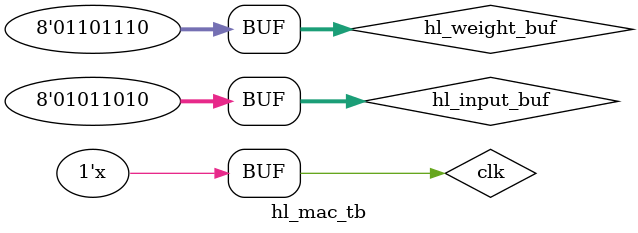
<source format=v>
`timescale 1ns / 1ps

module hl_mac_tb();
    
reg clk;                     

reg [7:0] hl_input_buf;
reg [7:0] hl_weight_buf;
reg [31:0] psum;
wire [31:0] hl_mac_result;

initial begin
    clk = 0;
    psum <= 31'b0;
    hl_input_buf <= 8'd0; hl_weight_buf <= 8'sd0;
    #5 hl_input_buf <= 8'd130; hl_weight_buf <= -8'sd30;
    #10 hl_input_buf <= 8'd52; hl_weight_buf <= 8'sd70;
    #10 hl_input_buf <= 8'd25; hl_weight_buf <= 8'sd60;
    #10 hl_input_buf <= 8'd255; hl_weight_buf <= 8'sd50;
    #10 hl_input_buf <= 8'd10; hl_weight_buf <= 8'sd40;
    #10 hl_input_buf <= 8'd20; hl_weight_buf <= -8'sd128;
    #10 hl_input_buf <= 8'd30; hl_weight_buf <= 8'sd127;
    #10 hl_input_buf <= 8'd40; hl_weight_buf <= -8'sd90;
    #10 hl_input_buf <= 8'd90; hl_weight_buf <= 8'sd110;
    #10 hl_input_buf <= 8'd10; hl_weight_buf <= 8'sd40;
    #10 hl_input_buf <= 8'd20; hl_weight_buf <= -8'sd128;
    #10 hl_input_buf <= 8'd30; hl_weight_buf <= 8'sd127;
    #10 hl_input_buf <= 8'd40; hl_weight_buf <= -8'sd90;
    #10 hl_input_buf <= 8'd90; hl_weight_buf <= 8'sd110;
    #10 hl_input_buf <= 8'd30; hl_weight_buf <= 8'sd127;
    #10 hl_input_buf <= 8'd40; hl_weight_buf <= -8'sd90;
    #10 hl_input_buf <= 8'd90; hl_weight_buf <= 8'sd110;
    #10 hl_input_buf <= 8'd10; hl_weight_buf <= 8'sd40;
    #10 hl_input_buf <= 8'd20; hl_weight_buf <= -8'sd128;
    #10 hl_input_buf <= 8'd30; hl_weight_buf <= 8'sd127;
    #10 hl_input_buf <= 8'd40; hl_weight_buf <= -8'sd90;
    #10 hl_input_buf <= 8'd90; hl_weight_buf <= 8'sd110;
    
end


always #(5) clk = ~clk;
  
always @(posedge clk) begin
    psum <= hl_mac_result;
end    

// hidden layer PE
PE_hl_mac HL_MAC(
    .ifmap(hl_input_buf),
    .weight(hl_weight_buf),
    .psum(psum),
    .ofmap(hl_mac_result)
);
    
endmodule
</source>
